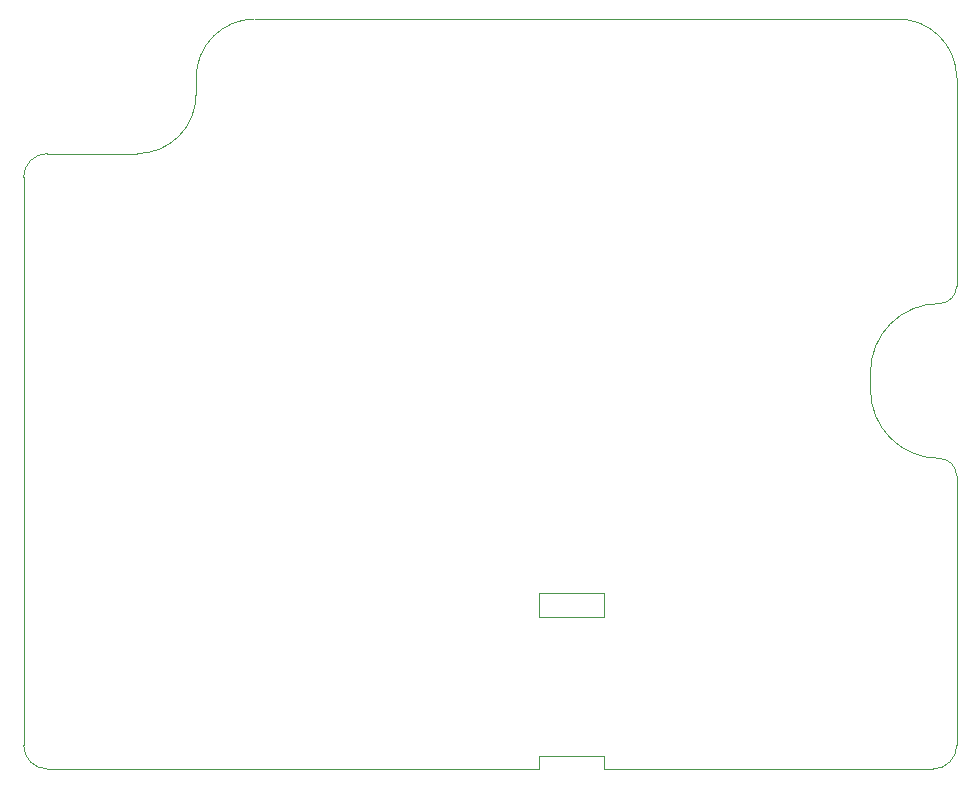
<source format=gbr>
%TF.GenerationSoftware,KiCad,Pcbnew,5.1.5+dfsg1-2build2*%
%TF.CreationDate,2021-01-07T21:04:46-03:00*%
%TF.ProjectId,Punkatoo,50756e6b-6174-46f6-9f2e-6b696361645f,rev?*%
%TF.SameCoordinates,Original*%
%TF.FileFunction,Profile,NP*%
%FSLAX46Y46*%
G04 Gerber Fmt 4.6, Leading zero omitted, Abs format (unit mm)*
G04 Created by KiCad (PCBNEW 5.1.5+dfsg1-2build2) date 2021-01-07 21:04:46*
%MOMM*%
%LPD*%
G04 APERTURE LIST*
%TA.AperFunction,Profile*%
%ADD10C,0.050000*%
%TD*%
G04 APERTURE END LIST*
D10*
X114600000Y-122000000D02*
X73000000Y-122000000D01*
X120100000Y-120900000D02*
X120100000Y-122000000D01*
X114600000Y-120900000D02*
X114600000Y-122000000D01*
X120100000Y-120900000D02*
X114600000Y-120900000D01*
X120100000Y-109100000D02*
X120100000Y-107100000D01*
X114600000Y-109100000D02*
X120100000Y-109100000D01*
X114600000Y-107100000D02*
X114600000Y-109100000D01*
X120100000Y-107100000D02*
X114600000Y-107100000D01*
X142700000Y-89900000D02*
X142700000Y-88400000D01*
X142700000Y-88400000D02*
G75*
G02X148500000Y-82600000I5800000J0D01*
G01*
X148500000Y-95700000D02*
G75*
G02X142700000Y-89900000I0J5800000D01*
G01*
X120100000Y-122000000D02*
X148000000Y-122000000D01*
X73000000Y-122000000D02*
G75*
G02X71000000Y-120000000I0J2000000D01*
G01*
X150000000Y-97200000D02*
X150000000Y-120000000D01*
X150000000Y-63500000D02*
X150000000Y-81100000D01*
X150000000Y-81100000D02*
G75*
G02X148500000Y-82600000I-1500000J0D01*
G01*
X148500000Y-95700000D02*
G75*
G02X150000000Y-97200000I0J-1500000D01*
G01*
X150000000Y-120000000D02*
G75*
G02X148000000Y-122000000I-2000000J0D01*
G01*
X85600000Y-63500000D02*
G75*
G02X90600000Y-58500000I5000000J0D01*
G01*
X145000000Y-58500000D02*
X90600000Y-58500000D01*
X145000000Y-58500000D02*
G75*
G02X150000000Y-63500000I0J-5000000D01*
G01*
X71000000Y-71900000D02*
X71000000Y-120000000D01*
X73000000Y-69900000D02*
X80600000Y-69900000D01*
X85600000Y-63500000D02*
X85600000Y-64900000D01*
X71000000Y-71900000D02*
G75*
G02X73000000Y-69900000I2000000J0D01*
G01*
X85600000Y-64900000D02*
G75*
G02X80600000Y-69900000I-5000000J0D01*
G01*
M02*

</source>
